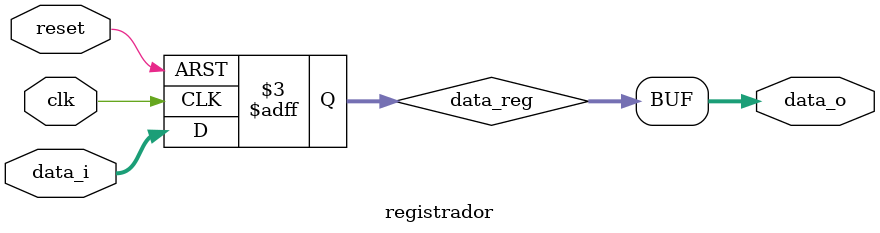
<source format=sv>
module registrador
    #(               
        parameter  DATA_WIDTH = 32
    )
    (
    //Common signal:
    input clk, 
    input reset, 
    //:
    input  [DATA_WIDTH-1:0] data_i, //Data In
    output [DATA_WIDTH-1:0] data_o //Data Out
    ); 

// INTERNAL SIGNALS ################################



// INTERNAL REGS ###################################
reg [DATA_WIDTH-1:0] data_reg;

// INTERNAL LOGIC ##################################


//Update register
always @(posedge clk, negedge reset)
begin
    if(reset == 1'b0)
    begin
        data_reg <= 0;
    end 
    else 
    begin
        data_reg <= data_i;
    end
end

// Define data_o:

assign data_o = data_reg;


endmodule
</source>
